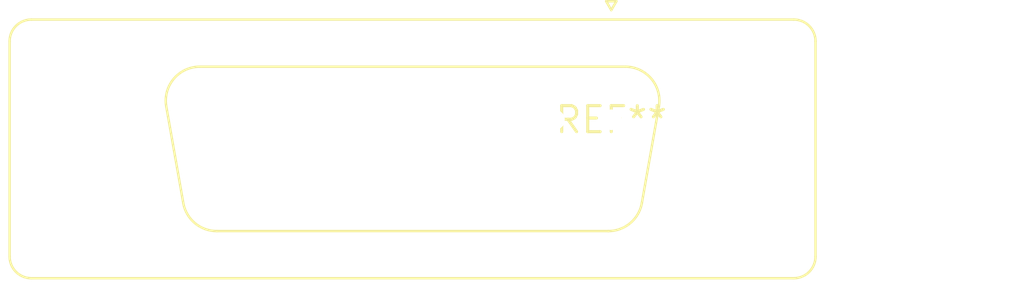
<source format=kicad_pcb>
(kicad_pcb (version 20240108) (generator pcbnew)
  (layers (0 "F.Cu" signal) (31 "B.Cu" signal) (34 "B.Paste" user) (35 "F.Paste" user) (36 "B.SilkS" user "B.Silkscreen") (37 "F.SilkS" user "F.Silkscreen") (38 "B.Mask" user) (39 "F.Mask" user) (44 "Edge.Cuts" user))
  (net 0 "")
  (footprint "DSUB-15_Female_Vertical_P2.77x2.84mm" (layer "F.Cu") (at 0 0)
    (property "Reference" "REF**")
    (property "Value" "DSUB-15_Female_Vertical_P2.77x2.84mm")
    (fp_line (start -29.355 6.67) (end -29.355 -3.83) (layer "F.SilkS") (stroke (width 0.12)))
    (fp_line (start -28.295 -4.89) (end 8.905 -4.89) (layer "F.SilkS") (stroke (width 0.12)))
    (fp_line (start -21.71147 -0.641744) (end -20.882733 4.058256) (layer "F.SilkS") (stroke (width 0.12)))
    (fp_line (start -20.076689 -2.59) (end 0.686689 -2.59) (layer "F.SilkS") (stroke (width 0.12)))
    (fp_line (start -19.247952 5.43) (end -0.142048 5.43) (layer "F.SilkS") (stroke (width 0.12)))
    (fp_line (start -0.25 -5.784338) (end 0.25 -5.784338) (layer "F.SilkS") (stroke (width 0.12)))
    (fp_line (start 0 -5.351325) (end -0.25 -5.784338) (layer "F.SilkS") (stroke (width 0.12)))
    (fp_line (start 0.25 -5.784338) (end 0 -5.351325) (layer "F.SilkS") (stroke (width 0.12)))
    (fp_line (start 2.32147 -0.641744) (end 1.492733 4.058256) (layer "F.SilkS") (stroke (width 0.12)))
    (fp_line (start 8.905 7.73) (end -28.295 7.73) (layer "F.SilkS") (stroke (width 0.12)))
    (fp_line (start 9.965 -3.83) (end 9.965 6.67) (layer "F.SilkS") (stroke (width 0.12)))
    (fp_arc (start -29.355 -3.83) (mid -29.044533 -4.579533) (end -28.295 -4.89) (layer "F.SilkS") (stroke (width 0.12)))
    (fp_arc (start -28.295 7.73) (mid -29.044533 7.419533) (end -29.355 6.67) (layer "F.SilkS") (stroke (width 0.12)))
    (fp_arc (start -21.71147 -0.641744) (mid -21.348323 -1.997028) (end -20.076689 -2.59) (layer "F.SilkS") (stroke (width 0.12)))
    (fp_arc (start -19.247952 5.43) (mid -20.314979 5.041634) (end -20.882733 4.058256) (layer "F.SilkS") (stroke (width 0.12)))
    (fp_arc (start 0.686689 -2.59) (mid 1.958323 -1.997027) (end 2.32147 -0.641744) (layer "F.SilkS") (stroke (width 0.12)))
    (fp_arc (start 1.492733 4.058256) (mid 0.92498 5.041634) (end -0.142048 5.43) (layer "F.SilkS") (stroke (width 0.12)))
    (fp_arc (start 8.905 -4.89) (mid 9.654533 -4.579533) (end 9.965 -3.83) (layer "F.SilkS") (stroke (width 0.12)))
    (fp_arc (start 9.965 6.67) (mid 9.654533 7.419533) (end 8.905 7.73) (layer "F.SilkS") (stroke (width 0.12)))
    (pad "1" thru_hole rect (at 0 0) (size 1.6 1.6) (drill 1) (layers *.Cu *.Mask) (remove_unused_layers))
    (pad "2" thru_hole circle (at -2.77 0) (size 1.6 1.6) (drill 1) (layers *.Cu *.Mask) (remove_unused_layers))
    (pad "3" thru_hole circle (at -5.54 0) (size 1.6 1.6) (drill 1) (layers *.Cu *.Mask) (remove_unused_layers))
    (pad "4" thru_hole circle (at -8.31 0) (size 1.6 1.6) (drill 1) (layers *.Cu *.Mask) (remove_unused_layers))
    (pad "5" thru_hole circle (at -11.08 0) (size 1.6 1.6) (drill 1) (layers *.Cu *.Mask) (remove_unused_layers))
    (pad "6" thru_hole circle (at -13.85 0) (size 1.6 1.6) (drill 1) (layers *.Cu *.Mask) (remove_unused_layers))
    (pad "7" thru_hole circle (at -16.62 0) (size 1.6 1.6) (drill 1) (layers *.Cu *.Mask) (remove_unused_layers))
    (pad "8" thru_hole circle (at -19.39 0) (size 1.6 1.6) (drill 1) (layers *.Cu *.Mask) (remove_unused_layers))
    (pad "9" thru_hole circle (at -1.385 2.84) (size 1.6 1.6) (drill 1) (layers *.Cu *.Mask) (remove_unused_layers))
    (pad "10" thru_hole circle (at -4.155 2.84) (size 1.6 1.6) (drill 1) (layers *.Cu *.Mask) (remove_unused_layers))
    (pad "11" thru_hole circle (at -6.925 2.84) (size 1.6 1.6) (drill 1) (layers *.Cu *.Mask) (remove_unused_layers))
    (pad "12" thru_hole circle (at -9.695 2.84) (size 1.6 1.6) (drill 1) (layers *.Cu *.Mask) (remove_unused_layers))
    (pad "13" thru_hole circle (at -12.465 2.84) (size 1.6 1.6) (drill 1) (layers *.Cu *.Mask) (remove_unused_layers))
    (pad "14" thru_hole circle (at -15.235 2.84) (size 1.6 1.6) (drill 1) (layers *.Cu *.Mask) (remove_unused_layers))
    (pad "15" thru_hole circle (at -18.005 2.84) (size 1.6 1.6) (drill 1) (layers *.Cu *.Mask) (remove_unused_layers))
  )
)
</source>
